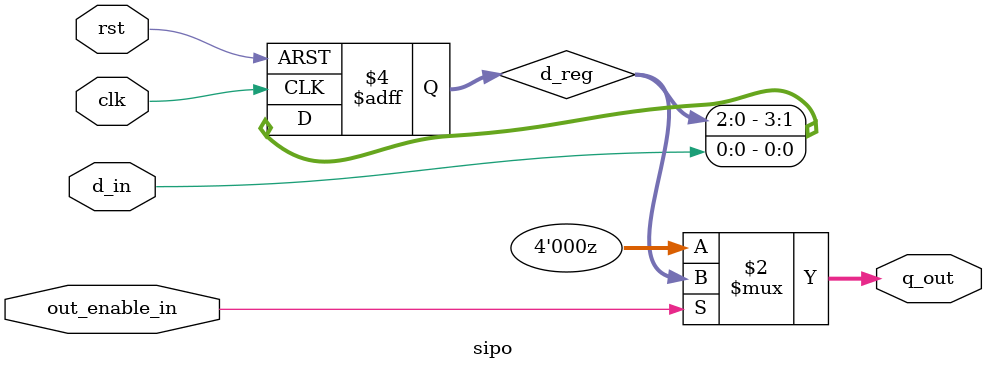
<source format=v>
module sipo #(
    parameter DATA_WIDTH = 4,
    parameter CLOCK_EDGE = 1 // 1 para flanco ascendente, 0 para descendente
)(
    input wire d_in,
    output wire [DATA_WIDTH-1:0] q_out,
    input wire out_enable_in,
    input wire rst,
    input wire clk
);
    reg [DATA_WIDTH-1:0] d_reg;
    generate
        if (CLOCK_EDGE == 1) begin : posedge_clk
            always @ (posedge clk or posedge rst)
                begin
                    if (rst) begin
                        d_reg <= {DATA_WIDTH{1'b0}};
                    end else begin
                        d_reg <= {d_reg[DATA_WIDTH-2:0], d_in};
                    end
                end
        end else begin : negedge_clk
            always @ (negedge clk or posedge rst)
                begin
                    if (rst) begin
                        d_reg <= {DATA_WIDTH{1'b0}};
                    end else begin
                        d_reg <= {d_reg[DATA_WIDTH-2:0], d_in};
                    end
                end
        end
    endgenerate

    assign q_out = out_enable_in ? d_reg : 1'bz;

endmodule
</source>
